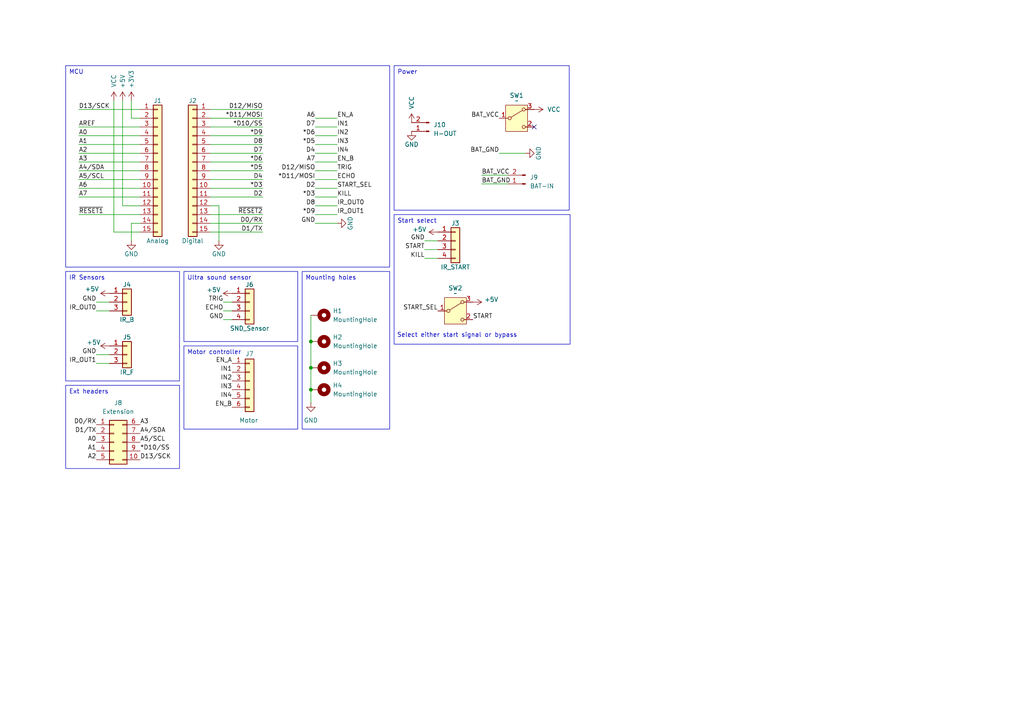
<source format=kicad_sch>
(kicad_sch (version 20231120) (generator "eeschema") (generator_version "8.0")
  (paper "A4")
  (title_block (title "Nano sumohat") (date "sam. 04 avril 2015") (rev "v1.2") (company "K. Strålman"))
  (lib_symbols
    (symbol "Connector:Conn_01x02_Pin" (pin_names (offset 1.016) hide)
      (property "Reference" "J" (at 0 2.54 0))
      (property "Value" "Conn_01x02_Pin" (at 0 -5.08 0))
      (symbol "Conn_01x02_Pin_1_1"
        (polyline (pts (xy 1.27 -2.54) (xy 0.8636 -2.54)) (stroke (width 0.1524)))
        (polyline (pts (xy 1.27 0) (xy 0.8636 0)) (stroke (width 0.1524)))
        (rectangle (start 0.8636 -2.413) (end 0 -2.667) (stroke (width 0.1524)) (fill (type outline)))
        (rectangle (start 0.8636 0.127) (end 0 -0.127) (stroke (width 0.1524)) (fill (type outline)))
        (pin passive line (at 5.08 0 180) (length 3.81) (name "Pin_1") (number "1"))
        (pin passive line (at 5.08 -2.54 180) (length 3.81) (name "Pin_2") (number "2"))
      )
    )
    (symbol "Connector_Generic:Conn_01x03" (pin_names (offset 1.016) hide)
      (property "Reference" "J" (at 0 5.08 0))
      (property "Value" "Conn_01x03" (at 0 -5.08 0))
      (symbol "Conn_01x03_1_1"
        (rectangle (start -1.27 -2.413) (end 0 -2.667) (stroke (width 0.1524)))
        (rectangle (start -1.27 0.127) (end 0 -0.127) (stroke (width 0.1524)))
        (rectangle (start -1.27 2.667) (end 0 2.413) (stroke (width 0.1524)))
        (rectangle (start -1.27 3.81) (end 1.27 -3.81) (stroke (width 0.254)) (fill (type background)))
        (pin passive line (at -5.08 2.54 0) (length 3.81) (name "Pin_1") (number "1"))
        (pin passive line (at -5.08 0 0) (length 3.81) (name "Pin_2") (number "2"))
        (pin passive line (at -5.08 -2.54 0) (length 3.81) (name "Pin_3") (number "3"))
      )
    )
    (symbol "Connector_Generic:Conn_01x04" (pin_names (offset 1.016) hide)
      (property "Reference" "J" (at 0 5.08 0))
      (property "Value" "Conn_01x04" (at 0 -7.62 0))
      (symbol "Conn_01x04_1_1"
        (rectangle (start -1.27 -4.953) (end 0 -5.207) (stroke (width 0.1524)))
        (rectangle (start -1.27 -2.413) (end 0 -2.667) (stroke (width 0.1524)))
        (rectangle (start -1.27 0.127) (end 0 -0.127) (stroke (width 0.1524)))
        (rectangle (start -1.27 2.667) (end 0 2.413) (stroke (width 0.1524)))
        (rectangle (start -1.27 3.81) (end 1.27 -6.35) (stroke (width 0.254)) (fill (type background)))
        (pin passive line (at -5.08 2.54 0) (length 3.81) (name "Pin_1") (number "1"))
        (pin passive line (at -5.08 0 0) (length 3.81) (name "Pin_2") (number "2"))
        (pin passive line (at -5.08 -2.54 0) (length 3.81) (name "Pin_3") (number "3"))
        (pin passive line (at -5.08 -5.08 0) (length 3.81) (name "Pin_4") (number "4"))
      )
    )
    (symbol "Connector_Generic:Conn_01x06" (pin_names (offset 1.016) hide)
      (property "Reference" "J" (at 0 7.62 0))
      (property "Value" "Conn_01x06" (at 0 -10.16 0))
      (symbol "Conn_01x06_1_1"
        (rectangle (start -1.27 -7.493) (end 0 -7.747) (stroke (width 0.1524)))
        (rectangle (start -1.27 -4.953) (end 0 -5.207) (stroke (width 0.1524)))
        (rectangle (start -1.27 -2.413) (end 0 -2.667) (stroke (width 0.1524)))
        (rectangle (start -1.27 0.127) (end 0 -0.127) (stroke (width 0.1524)))
        (rectangle (start -1.27 2.667) (end 0 2.413) (stroke (width 0.1524)))
        (rectangle (start -1.27 5.207) (end 0 4.953) (stroke (width 0.1524)))
        (rectangle (start -1.27 6.35) (end 1.27 -8.89) (stroke (width 0.254)) (fill (type background)))
        (pin passive line (at -5.08 5.08 0) (length 3.81) (name "Pin_1") (number "1"))
        (pin passive line (at -5.08 2.54 0) (length 3.81) (name "Pin_2") (number "2"))
        (pin passive line (at -5.08 0 0) (length 3.81) (name "Pin_3") (number "3"))
        (pin passive line (at -5.08 -2.54 0) (length 3.81) (name "Pin_4") (number "4"))
        (pin passive line (at -5.08 -5.08 0) (length 3.81) (name "Pin_5") (number "5"))
        (pin passive line (at -5.08 -7.62 0) (length 3.81) (name "Pin_6") (number "6"))
      )
    )
    (symbol "Connector_Generic:Conn_01x15" (pin_names (offset 1.016) hide)
      (property "Reference" "J" (at 0 20.32 0))
      (property "Value" "Conn_01x15" (at 0 -20.32 0))
      (symbol "Conn_01x15_1_1"
        (rectangle (start -1.27 -17.653) (end 0 -17.907) (stroke (width 0.1524)))
        (rectangle (start -1.27 -15.113) (end 0 -15.367) (stroke (width 0.1524)))
        (rectangle (start -1.27 -12.573) (end 0 -12.827) (stroke (width 0.1524)))
        (rectangle (start -1.27 -10.033) (end 0 -10.287) (stroke (width 0.1524)))
        (rectangle (start -1.27 -7.493) (end 0 -7.747) (stroke (width 0.1524)))
        (rectangle (start -1.27 -4.953) (end 0 -5.207) (stroke (width 0.1524)))
        (rectangle (start -1.27 -2.413) (end 0 -2.667) (stroke (width 0.1524)))
        (rectangle (start -1.27 0.127) (end 0 -0.127) (stroke (width 0.1524)))
        (rectangle (start -1.27 2.667) (end 0 2.413) (stroke (width 0.1524)))
        (rectangle (start -1.27 5.207) (end 0 4.953) (stroke (width 0.1524)))
        (rectangle (start -1.27 7.747) (end 0 7.493) (stroke (width 0.1524)))
        (rectangle (start -1.27 10.287) (end 0 10.033) (stroke (width 0.1524)))
        (rectangle (start -1.27 12.827) (end 0 12.573) (stroke (width 0.1524)))
        (rectangle (start -1.27 15.367) (end 0 15.113) (stroke (width 0.1524)))
        (rectangle (start -1.27 17.907) (end 0 17.653) (stroke (width 0.1524)))
        (rectangle (start -1.27 19.05) (end 1.27 -19.05) (stroke (width 0.254)) (fill (type background)))
        (pin passive line (at -5.08 17.78 0) (length 3.81) (name "Pin_1") (number "1"))
        (pin passive line (at -5.08 -5.08 0) (length 3.81) (name "Pin_10") (number "10"))
        (pin passive line (at -5.08 -7.62 0) (length 3.81) (name "Pin_11") (number "11"))
        (pin passive line (at -5.08 -10.16 0) (length 3.81) (name "Pin_12") (number "12"))
        (pin passive line (at -5.08 -12.7 0) (length 3.81) (name "Pin_13") (number "13"))
        (pin passive line (at -5.08 -15.24 0) (length 3.81) (name "Pin_14") (number "14"))
        (pin passive line (at -5.08 -17.78 0) (length 3.81) (name "Pin_15") (number "15"))
        (pin passive line (at -5.08 15.24 0) (length 3.81) (name "Pin_2") (number "2"))
        (pin passive line (at -5.08 12.7 0) (length 3.81) (name "Pin_3") (number "3"))
        (pin passive line (at -5.08 10.16 0) (length 3.81) (name "Pin_4") (number "4"))
        (pin passive line (at -5.08 7.62 0) (length 3.81) (name "Pin_5") (number "5"))
        (pin passive line (at -5.08 5.08 0) (length 3.81) (name "Pin_6") (number "6"))
        (pin passive line (at -5.08 2.54 0) (length 3.81) (name "Pin_7") (number "7"))
        (pin passive line (at -5.08 0 0) (length 3.81) (name "Pin_8") (number "8"))
        (pin passive line (at -5.08 -2.54 0) (length 3.81) (name "Pin_9") (number "9"))
      )
    )
    (symbol "Connector_Generic:Conn_02x05_Top_Bottom" (pin_names (offset 1.016) hide)
      (property "Reference" "J" (at 1.27 7.62 0))
      (property "Value" "Conn_02x05_Top_Bottom" (at 1.27 -7.62 0))
      (symbol "Conn_02x05_Top_Bottom_1_1"
        (rectangle (start -1.27 -4.953) (end 0 -5.207) (stroke (width 0.1524)))
        (rectangle (start -1.27 -2.413) (end 0 -2.667) (stroke (width 0.1524)))
        (rectangle (start -1.27 0.127) (end 0 -0.127) (stroke (width 0.1524)))
        (rectangle (start -1.27 2.667) (end 0 2.413) (stroke (width 0.1524)))
        (rectangle (start -1.27 5.207) (end 0 4.953) (stroke (width 0.1524)))
        (rectangle (start -1.27 6.35) (end 3.81 -6.35) (stroke (width 0.254)) (fill (type background)))
        (rectangle (start 3.81 -4.953) (end 2.54 -5.207) (stroke (width 0.1524)))
        (rectangle (start 3.81 -2.413) (end 2.54 -2.667) (stroke (width 0.1524)))
        (rectangle (start 3.81 0.127) (end 2.54 -0.127) (stroke (width 0.1524)))
        (rectangle (start 3.81 2.667) (end 2.54 2.413) (stroke (width 0.1524)))
        (rectangle (start 3.81 5.207) (end 2.54 4.953) (stroke (width 0.1524)))
        (pin passive line (at -5.08 5.08 0) (length 3.81) (name "Pin_1") (number "1"))
        (pin passive line (at 7.62 -5.08 180) (length 3.81) (name "Pin_10") (number "10"))
        (pin passive line (at -5.08 2.54 0) (length 3.81) (name "Pin_2") (number "2"))
        (pin passive line (at -5.08 0 0) (length 3.81) (name "Pin_3") (number "3"))
        (pin passive line (at -5.08 -2.54 0) (length 3.81) (name "Pin_4") (number "4"))
        (pin passive line (at -5.08 -5.08 0) (length 3.81) (name "Pin_5") (number "5"))
        (pin passive line (at 7.62 5.08 180) (length 3.81) (name "Pin_6") (number "6"))
        (pin passive line (at 7.62 2.54 180) (length 3.81) (name "Pin_7") (number "7"))
        (pin passive line (at 7.62 0 180) (length 3.81) (name "Pin_8") (number "8"))
        (pin passive line (at 7.62 -2.54 180) (length 3.81) (name "Pin_9") (number "9"))
      )
    )
    (symbol "GND_1" (power) (pin_numbers hide) (pin_names (offset 0) hide)
      (property "Value" "GND" (at 0 -3.81 0))
      (symbol "GND_1_0_1"
        (polyline (pts (xy 0 0) (xy 0 -1.27) (xy 1.27 -1.27) (xy 0 -2.54) (xy -1.27 -1.27) (xy 0 -1.27)))
      )
      (symbol "GND_1_1_1"
        (pin power_in line (at 0 0 270) (length 0) (name "~") (number "1"))
      )
    )
    (symbol "Mechanical:MountingHole_Pad" (pin_numbers hide) (pin_names (offset 1.016) hide) (exclude_from_sim yes) (in_bom no)
      (property "Reference" "H" (at 0 6.35 0))
      (property "Value" "MountingHole_Pad" (at 0 4.445 0))
      (symbol "MountingHole_Pad_0_1"
        (circle (center 0 1.27) (radius 1.27) (stroke (width 1.27)))
      )
      (symbol "MountingHole_Pad_1_1"
        (pin input line (at 0 -2.54 90) (length 2.54) (name "1") (number "1"))
      )
    )
    (symbol "Switch:SW_Wuerth_450301014042" (pin_names (offset 1) hide)
      (property "Reference" "SW" (at 0 5.08 0))
      (property "Value" "SW_Wuerth_450301014042" (at 0 -5.08 0))
      (symbol "SW_Wuerth_450301014042_0_1"
        (circle (center -2.032 0) (radius 0.4572))
        (polyline (pts (xy -1.651 0.254) (xy 1.651 2.286)))
        (circle (center 2.032 -2.54) (radius 0.4572))
        (circle (center 2.032 2.54) (radius 0.4572))
      )
      (symbol "SW_Wuerth_450301014042_1_1"
        (rectangle (start -3.175 3.81) (end 3.175 -3.81) (fill (type background)))
        (pin passive line (at -5.08 0 0) (length 2.54) (name "B") (number "1"))
        (pin passive line (at 5.08 -2.54 180) (length 2.54) (name "C") (number "2"))
        (pin passive line (at 5.08 2.54 180) (length 2.54) (name "A") (number "3"))
      )
    )
    (symbol "power:+3.3V" (power) (pin_names (offset 0))
      (property "Value" "+3.3V" (at 0 3.556 0))
      (symbol "+3.3V_0_1"
        (polyline (pts (xy -0.762 1.27) (xy 0 2.54)))
        (polyline (pts (xy 0 0) (xy 0 2.54)))
        (polyline (pts (xy 0 2.54) (xy 0.762 1.27)))
      )
      (symbol "+3.3V_1_1"
        (pin power_in line (at 0 0 90) (length 0) hide (name "+3V3") (number "1"))
      )
    )
    (symbol "power:+5V" (power) (pin_names (offset 0))
      (property "Value" "+5V" (at 0 3.556 0))
      (symbol "+5V_0_1"
        (polyline (pts (xy -0.762 1.27) (xy 0 2.54)))
        (polyline (pts (xy 0 0) (xy 0 2.54)))
        (polyline (pts (xy 0 2.54) (xy 0.762 1.27)))
      )
      (symbol "+5V_1_1"
        (pin power_in line (at 0 0 90) (length 0) hide (name "+5V") (number "1"))
      )
    )
    (symbol "power:GND" (power) (pin_names (offset 0))
      (property "Value" "GND" (at 0 -3.81 0))
      (symbol "GND_0_1"
        (polyline (pts (xy 0 0) (xy 0 -1.27) (xy 1.27 -1.27) (xy 0 -2.54) (xy -1.27 -1.27) (xy 0 -1.27)))
      )
      (symbol "GND_1_1"
        (pin power_in line (at 0 0 270) (length 0) hide (name "GND") (number "1"))
      )
    )
    (symbol "power:VCC" (power) (pin_names (offset 0))
      (property "Value" "VCC" (at 0 3.81 0))
      (symbol "VCC_0_1"
        (polyline (pts (xy -0.762 1.27) (xy 0 2.54)))
        (polyline (pts (xy 0 0) (xy 0 2.54)))
        (polyline (pts (xy 0 2.54) (xy 0.762 1.27)))
      )
      (symbol "VCC_1_1"
        (pin power_in line (at 0 0 90) (length 0) hide (name "VCC") (number "1"))
      )
    )
  )
  (junction (at 90.17 106.68))
  (junction (at 90.17 99.06))
  (junction (at 90.17 113.03))
  (no_connect (at 154.94 36.83))
  (wire (pts (xy 60.96 64.77) (xy 76.2 64.77)))
  (wire (pts (xy 40.64 34.29) (xy 38.1 34.29)))
  (wire (pts (xy 90.17 106.68) (xy 90.17 113.03)))
  (wire (pts (xy 22.86 44.45) (xy 40.64 44.45)))
  (wire (pts (xy 22.86 49.53) (xy 40.64 49.53)))
  (wire (pts (xy 35.56 29.21) (xy 35.56 59.69)))
  (wire (pts (xy 40.64 59.69) (xy 35.56 59.69)))
  (wire (pts (xy 91.44 62.23) (xy 97.79 62.23)))
  (wire (pts (xy 22.86 46.99) (xy 40.64 46.99)))
  (wire (pts (xy 60.96 36.83) (xy 76.2 36.83)))
  (wire (pts (xy 91.44 44.45) (xy 97.79 44.45)))
  (wire (pts (xy 60.96 41.91) (xy 76.2 41.91)))
  (wire (pts (xy 60.96 44.45) (xy 76.2 44.45)))
  (wire (pts (xy 139.7 50.8) (xy 147.32 50.8)))
  (wire (pts (xy 90.17 99.06) (xy 90.17 106.68)))
  (wire (pts (xy 60.96 57.15) (xy 76.2 57.15)))
  (wire (pts (xy 91.44 34.29) (xy 97.79 34.29)))
  (wire (pts (xy 67.31 92.71) (xy 64.77 92.71)))
  (wire (pts (xy 91.44 36.83) (xy 97.79 36.83)))
  (wire (pts (xy 91.44 57.15) (xy 97.79 57.15)))
  (wire (pts (xy 91.44 59.69) (xy 97.79 59.69)))
  (wire (pts (xy 91.44 46.99) (xy 97.79 46.99)))
  (wire (pts (xy 64.77 87.63) (xy 67.31 87.63)))
  (wire (pts (xy 91.44 41.91) (xy 97.79 41.91)))
  (wire (pts (xy 22.86 36.83) (xy 40.64 36.83)))
  (wire (pts (xy 60.96 49.53) (xy 76.2 49.53)))
  (wire (pts (xy 38.1 29.21) (xy 38.1 34.29)))
  (wire (pts (xy 60.96 59.69) (xy 63.5 59.69)))
  (wire (pts (xy 90.17 91.44) (xy 90.17 99.06)))
  (wire (pts (xy 60.96 31.75) (xy 76.2 31.75)))
  (wire (pts (xy 91.44 54.61) (xy 97.79 54.61)))
  (wire (pts (xy 33.02 29.21) (xy 33.02 67.31)))
  (wire (pts (xy 40.64 67.31) (xy 33.02 67.31)))
  (wire (pts (xy 127 69.85) (xy 123.19 69.85)))
  (wire (pts (xy 22.86 62.23) (xy 40.64 62.23)))
  (wire (pts (xy 60.96 46.99) (xy 76.2 46.99)))
  (wire (pts (xy 60.96 52.07) (xy 76.2 52.07)))
  (wire (pts (xy 144.78 44.45) (xy 152.4 44.45)))
  (wire (pts (xy 22.86 39.37) (xy 40.64 39.37)))
  (wire (pts (xy 22.86 31.75) (xy 40.64 31.75)))
  (wire (pts (xy 60.96 54.61) (xy 76.2 54.61)))
  (wire (pts (xy 91.44 39.37) (xy 97.79 39.37)))
  (wire (pts (xy 123.19 74.93) (xy 127 74.93)))
  (wire (pts (xy 139.7 53.34) (xy 147.32 53.34)))
  (wire (pts (xy 22.86 57.15) (xy 40.64 57.15)))
  (wire (pts (xy 22.86 52.07) (xy 40.64 52.07)))
  (wire (pts (xy 91.44 64.77) (xy 97.79 64.77)))
  (wire (pts (xy 60.96 39.37) (xy 76.2 39.37)))
  (wire (pts (xy 60.96 62.23) (xy 76.2 62.23)))
  (wire (pts (xy 63.5 59.69) (xy 63.5 69.85)))
  (wire (pts (xy 60.96 67.31) (xy 76.2 67.31)))
  (wire (pts (xy 64.77 90.17) (xy 67.31 90.17)))
  (wire (pts (xy 91.44 49.53) (xy 97.79 49.53)))
  (wire (pts (xy 27.94 105.41) (xy 31.75 105.41)))
  (wire (pts (xy 90.17 113.03) (xy 90.17 116.84)))
  (wire (pts (xy 91.44 52.07) (xy 97.79 52.07)))
  (wire (pts (xy 22.86 54.61) (xy 40.64 54.61)))
  (wire (pts (xy 27.94 90.17) (xy 31.75 90.17)))
  (wire (pts (xy 31.75 102.87) (xy 27.94 102.87)))
  (wire (pts (xy 123.19 72.39) (xy 127 72.39)))
  (wire (pts (xy 38.1 64.77) (xy 38.1 69.85)))
  (wire (pts (xy 40.64 64.77) (xy 38.1 64.77)))
  (wire (pts (xy 31.75 87.63) (xy 27.94 87.63)))
  (wire (pts (xy 22.86 41.91) (xy 40.64 41.91)))
  (wire (pts (xy 60.96 34.29) (xy 76.2 34.29)))
  (text_box "Ext headers" (at 19.05 111.76 0) (size 33.02 24.13) (effects (font (size 1.27 1.27)) (justify left top)))
  (text_box "Power" (at 114.3 19.05 0) (size 50.8 41.91) (effects (font (size 1.27 1.27)) (justify left top)))
  (text_box "Ultra sound sensor" (at 53.34 78.74 0) (size 33.02 20.32) (effects (font (size 1.27 1.27)) (justify left top)))
  (text_box "MCU" (at 19.05 19.05 0) (size 93.98 58.42) (effects (font (size 1.27 1.27)) (justify left top)))
  (text_box "Mounting holes" (at 87.63 78.74 0) (size 25.4 45.72) (effects (font (size 1.27 1.27)) (justify left top)))
  (text_box "Motor controller" (at 53.34 100.33 0) (size 33.02 24.13) (effects (font (size 1.27 1.27)) (justify left top)))
  (text_box "IR Sensors" (at 19.05 78.74 0) (size 33.02 31.75) (effects (font (size 1.27 1.27)) (justify left top)))
  (text_box "Start select" (at 114.3 62.23 0) (size 51.054 37.592) (effects (font (size 1.27 1.27)) (justify left top)))
  (text "Select either start signal or bypass" (at 132.588 97.282 0) (effects (font (size 1.27 1.27))))
  (label "D13{slash}SCK" (at 40.64 133.35 0))
  (label "EN_B" (at 67.31 118.11 180))
  (label "D4" (at 76.2 52.07 180))
  (label "D7" (at 91.44 36.83 180))
  (label "A4{slash}SDA" (at 40.64 125.73 0))
  (label "BAT_GND" (at 139.7 53.34 0))
  (label "IN3" (at 97.79 41.91 0))
  (label "START_SEL" (at 127 90.17 180))
  (label "*D5" (at 76.2 49.53 180))
  (label "ECHO" (at 97.79 52.07 0))
  (label "A2" (at 22.86 44.45 0))
  (label "A6" (at 91.44 34.29 180))
  (label "GND" (at 91.44 64.77 180))
  (label "*D11{slash}MOSI" (at 91.44 52.07 180))
  (label "IN1" (at 67.31 107.95 180))
  (label "GND" (at 123.19 69.85 180))
  (label "D7" (at 76.2 44.45 180))
  (label "GND" (at 64.77 92.71 180))
  (label "A2" (at 27.94 133.35 180))
  (label "START" (at 123.19 72.39 180))
  (label "D8" (at 91.44 59.69 180))
  (label "START" (at 137.16 92.71 0))
  (label "A3" (at 40.64 123.19 0))
  (label "D13{slash}SCK" (at 22.86 31.75 0))
  (label "A7" (at 22.86 57.15 0))
  (label "*D6" (at 76.2 46.99 180))
  (label "IR_OUT1" (at 97.79 62.23 0))
  (label "A0" (at 27.94 128.27 180))
  (label "BAT_VCC" (at 139.7 50.8 0))
  (label "IR_OUT0" (at 97.79 59.69 0))
  (label "*D11{slash}MOSI" (at 76.2 34.29 180))
  (label "A1" (at 22.86 41.91 0))
  (label "GND" (at 27.94 102.87 180))
  (label "IN3" (at 67.31 113.03 180))
  (label "START_SEL" (at 97.79 54.61 0))
  (label "EN_A" (at 67.31 105.41 180))
  (label "TRIG" (at 97.79 49.53 0))
  (label "*D6" (at 91.44 39.37 180))
  (label "A5{slash}SCL" (at 40.64 128.27 0))
  (label "EN_B" (at 97.79 46.99 0))
  (label "A4{slash}SDA" (at 22.86 49.53 0))
  (label "A5{slash}SCL" (at 22.86 52.07 0))
  (label "A7" (at 91.44 46.99 180))
  (label "IN2" (at 67.31 110.49 180))
  (label "A3" (at 22.86 46.99 0))
  (label "~{RESET2}" (at 76.2 62.23 180))
  (label "~{RESET1}" (at 22.86 62.23 0))
  (label "*D10{slash}SS" (at 40.64 130.81 0))
  (label "IN4" (at 67.31 115.57 180))
  (label "A6" (at 22.86 54.61 0))
  (label "A0" (at 22.86 39.37 0))
  (label "*D9" (at 76.2 39.37 180))
  (label "A1" (at 27.94 130.81 180))
  (label "*D5" (at 91.44 41.91 180))
  (label "IN1" (at 97.79 36.83 0))
  (label "IN4" (at 97.79 44.45 0))
  (label "KILL" (at 123.19 74.93 180))
  (label "BAT_VCC" (at 144.78 34.29 180))
  (label "*D3" (at 76.2 54.61 180))
  (label "BAT_GND" (at 144.78 44.45 180))
  (label "D0{slash}RX" (at 27.94 123.19 180))
  (label "D2" (at 76.2 57.15 180))
  (label "D2" (at 91.44 54.61 180))
  (label "D8" (at 76.2 41.91 180))
  (label "D1{slash}TX" (at 76.2 67.31 180))
  (label "D0{slash}RX" (at 76.2 64.77 180))
  (label "D12{slash}MISO" (at 91.44 49.53 180))
  (label "D4" (at 91.44 44.45 180))
  (label "KILL" (at 97.79 57.15 0))
  (label "ECHO" (at 64.77 90.17 180))
  (label "AREF" (at 22.86 36.83 0))
  (label "*D3" (at 91.44 57.15 180))
  (label "*D9" (at 91.44 62.23 180))
  (label "EN_A" (at 97.79 34.29 0))
  (label "*D10{slash}SS" (at 76.2 36.83 180))
  (label "IR_OUT1" (at 27.94 105.41 180))
  (label "IN2" (at 97.79 39.37 0))
  (label "D1{slash}TX" (at 27.94 125.73 180))
  (label "GND" (at 27.94 87.63 180))
  (label "D12{slash}MISO" (at 76.2 31.75 180))
  (label "TRIG" (at 64.77 87.63 180))
  (label "IR_OUT0" (at 27.94 90.17 180))
  (symbol (lib_id "Connector_Generic:Conn_01x15") (at 45.72 49.53 0) (unit 1)
    (property "Reference" "J1" (at 45.72 29.21 0))
    (property "Value" "Analog" (at 45.72 69.85 0))
    (property "Footprint" "Connector_PinSocket_2.54mm:PinSocket_1x15_P2.54mm_Vertical" (effects (hide yes)))
  )
  (symbol (lib_id "Connector_Generic:Conn_01x15") (at 55.88 49.53 0) (mirror y) (unit 1)
    (property "Reference" "J2" (at 55.88 29.21 0))
    (property "Value" "Digital" (at 55.88 69.85 0))
    (property "Footprint" "Connector_PinSocket_2.54mm:PinSocket_1x15_P2.54mm_Vertical" (effects (hide yes)))
  )
  (symbol (lib_id "Connector_Generic:Conn_01x03") (at 36.83 87.63 0) (unit 1)
    (property "Reference" "J4" (at 36.83 82.55 0))
    (property "Value" "IR_B" (at 36.83 92.71 0))
    (property "Footprint" "Connector_PinHeader_2.54mm:PinHeader_1x03_P2.54mm_Vertical" (effects (hide yes)))
    (property "Description" "MH-8 IR Sensor Back" (effects (hide yes)))
  )
  (symbol (lib_id "power:VCC") (at 154.94 31.75 270) (unit 1)
    (property "Reference" "#PWR011" (effects (hide yes)))
    (property "Value" "VCC" (at 158.75 31.75 90) (effects (justify left)))
  )
  (symbol (lib_id "power:VCC") (at 119.38 35.56 0) (unit 1)
    (property "Reference" "#PWR01" (effects (hide yes)))
    (property "Value" "VCC" (at 119.38 31.75 90) (effects (justify left)))
  )
  (symbol (lib_id "Connector_Generic:Conn_01x04") (at 72.39 87.63 0) (unit 1)
    (property "Reference" "J6" (at 72.39 82.55 0))
    (property "Value" "SND_Sensor" (at 72.39 95.25 0))
    (property "Footprint" "Connector_PinSocket_2.54mm:PinSocket_1x04_P2.54mm_Vertical" (effects (hide yes)))
    (property "Description" "HC-SR04 Ultrasound" (effects (hide yes)))
  )
  (symbol (lib_id "power:GND") (at 152.4 44.45 90) (unit 1)
    (property "Reference" "#PWR08" (effects (hide yes)))
    (property "Value" "GND" (at 156.21 44.45 0))
  )
  (symbol (lib_id "Switch:SW_Wuerth_450301014042") (at 132.08 90.17 0) (unit 1)
    (property "Reference" "SW2" (at 132.08 83.566 0))
    (property "Value" "~" (at 132.08 85.09 0))
    (property "Footprint" "Button_Switch_THT:SW_Slide-03_Wuerth-WS-SLTV_10x2.5x6.4_P2.54mm" (effects (hide yes)))
    (property "Datasheet" "https://www.we-online.com/components/products/datasheet/450301014042.pdf" (effects (hide yes)))
    (property "Description" "Switch slide, single pole double throw" (effects (hide yes)))
  )
  (symbol (lib_id "power:+5V") (at 31.75 100.33 90) (unit 1)
    (property "Reference" "#PWR06" (effects (hide yes)))
    (property "Value" "+5V" (at 29.21 99.314 90) (effects (justify left)))
  )
  (symbol (lib_id "Mechanical:MountingHole_Pad") (at 92.71 113.03 270) (unit 1) (exclude_from_sim yes) (in_bom no)
    (property "Reference" "H4" (at 96.52 111.7599 90) (effects (justify left)))
    (property "Value" "MountingHole" (at 96.52 114.2999 90) (effects (justify left)))
    (property "Footprint" "MountingHole:MountingHole_2.7mm_M2.5_DIN965_Pad_TopBottom" (effects (hide yes)))
    (property "Description" "Mounting Hole with connection" (effects (hide yes)))
  )
  (symbol (lib_id "Mechanical:MountingHole_Pad") (at 92.71 99.06 270) (unit 1) (exclude_from_sim yes) (in_bom no)
    (property "Reference" "H2" (at 96.52 97.7899 90) (effects (justify left)))
    (property "Value" "MountingHole" (at 96.52 100.3299 90) (effects (justify left)))
    (property "Footprint" "MountingHole:MountingHole_2.7mm_M2.5_DIN965_Pad_TopBottom" (effects (hide yes)))
    (property "Description" "Mounting Hole with connection" (effects (hide yes)))
  )
  (symbol (lib_id "Connector_Generic:Conn_02x05_Top_Bottom") (at 33.02 128.27 0) (unit 1)
    (property "Reference" "J8" (at 34.29 116.84 0))
    (property "Value" "Extension" (at 34.29 119.38 0))
    (property "Footprint" "Connector_PinHeader_2.54mm:PinHeader_2x05_P2.54mm_Vertical" (effects (hide yes)))
    (property "Description" "Generic connector, double row, 02x05, top/bottom pin numbering scheme (row 1: 1...pins_per_row, row2: pins_per_row+1 ... num_pins), script generated (kicad-library-utils/schlib/autogen/connector/)" (effects (hide yes)))
  )
  (symbol (lib_id "Connector_Generic:Conn_01x06") (at 72.39 110.49 0) (unit 1)
    (property "Reference" "J7" (at 72.39 102.616 0))
    (property "Value" "Motor" (at 72.136 121.92 0))
    (property "Footprint" "Connector_PinHeader_2.54mm:PinHeader_1x06_P2.54mm_Vertical" (effects (hide yes)))
    (property "Description" "Generic connector, single row, 01x06, script generated (kicad-library-utils/schlib/autogen/connector/)" (effects (hide yes)))
  )
  (symbol (lib_id "Connector_Generic:Conn_01x03") (at 36.83 102.87 0) (unit 1)
    (property "Reference" "J5" (at 36.83 97.79 0))
    (property "Value" "IR_F" (at 36.83 107.95 0))
    (property "Footprint" "Connector_PinHeader_2.54mm:PinHeader_1x03_P2.54mm_Vertical" (effects (hide yes)))
    (property "Description" "MH-8 IR Sensor Front" (effects (hide yes)))
  )
  (symbol (lib_id "Switch:SW_Wuerth_450301014042") (at 149.86 34.29 0) (unit 1)
    (property "Reference" "SW1" (at 149.86 27.686 0))
    (property "Value" "~" (at 149.86 29.21 0))
    (property "Footprint" "Button_Switch_THT:SW_Slide-03_Wuerth-WS-SLTV_10x2.5x6.4_P2.54mm" (effects (hide yes)))
    (property "Datasheet" "https://www.we-online.com/components/products/datasheet/450301014042.pdf" (effects (hide yes)))
    (property "Description" "Switch slide, single pole double throw" (effects (hide yes)))
  )
  (symbol (lib_id "power:+5V") (at 35.56 29.21 0) (unit 1)
    (property "Reference" "#PWR0103" (effects (hide yes)))
    (property "Value" "+5V" (at 35.56 25.654 90) (effects (justify left)))
  )
  (symbol (lib_id "power:+3.3V") (at 38.1 29.21 0) (unit 1)
    (property "Reference" "#PWR0102" (effects (hide yes)))
    (property "Value" "+3V3" (at 38.1 25.654 90) (effects (justify left)))
  )
  (symbol (lib_id "power:+5V") (at 67.31 85.09 90) (unit 1)
    (property "Reference" "#PWR07" (effects (hide yes)))
    (property "Value" "+5V" (at 64.008 84.074 90) (effects (justify left)))
  )
  (symbol (lib_id "power:VCC") (at 33.02 29.21 0) (unit 1)
    (property "Reference" "#PWR0101" (effects (hide yes)))
    (property "Value" "VCC" (at 33.02 25.4 90) (effects (justify left)))
  )
  (symbol (lib_id "Connector:Conn_01x02_Pin") (at 124.46 38.1 180) (unit 1)
    (property "Reference" "J10" (at 125.73 36.195 0) (effects (justify right)))
    (property "Value" "H-OUT" (at 125.73 38.735 0) (effects (justify right)))
    (property "Footprint" "Connector_JST:JST_EH_B2B-EH-A_1x02_P2.50mm_Vertical" (effects (hide yes)))
  )
  (symbol (lib_id "power:+5V") (at 137.16 87.63 270) (mirror x) (unit 1)
    (property "Reference" "#PWR05" (effects (hide yes)))
    (property "Value" "+5V" (at 140.462 86.868 90) (effects (justify left)))
  )
  (symbol (lib_id "power:GND") (at 63.5 69.85 0) (unit 1)
    (property "Reference" "#PWR0105" (effects (hide yes)))
    (property "Value" "GND" (at 63.5 73.66 0))
  )
  (symbol (lib_name "GND_1") (lib_id "power:GND") (at 90.17 116.84 0) (unit 1)
    (property "Reference" "#PWR04" (effects (hide yes)))
    (property "Value" "GND" (at 90.17 121.92 0))
    (property "Description" "Power symbol creates a global label with name \"GND\" , ground" (effects (hide yes)))
  )
  (symbol (lib_id "power:GND") (at 119.38 38.1 0) (unit 1)
    (property "Reference" "#PWR02" (effects (hide yes)))
    (property "Value" "GND" (at 119.38 41.91 0))
  )
  (symbol (lib_id "power:+5V") (at 31.75 85.09 90) (unit 1)
    (property "Reference" "#PWR03" (effects (hide yes)))
    (property "Value" "+5V" (at 28.702 83.82 90) (effects (justify left)))
  )
  (symbol (lib_id "Connector_Generic:Conn_01x04") (at 132.08 69.85 0) (unit 1)
    (property "Reference" "J3" (at 132.08 64.77 0))
    (property "Value" "IR_START" (at 132.08 77.47 0))
    (property "Footprint" "Connector_PinHeader_2.54mm:PinHeader_1x04_P2.54mm_Vertical" (effects (hide yes)))
    (property "Description" "IR Sensor Start" (effects (hide yes)))
  )
  (symbol (lib_id "power:GND") (at 38.1 69.85 0) (unit 1)
    (property "Reference" "#PWR0104" (effects (hide yes)))
    (property "Value" "GND" (at 38.1 73.66 0))
  )
  (symbol (lib_id "Mechanical:MountingHole_Pad") (at 92.71 91.44 270) (unit 1) (exclude_from_sim yes) (in_bom no)
    (property "Reference" "H1" (at 96.52 90.1699 90) (effects (justify left)))
    (property "Value" "MountingHole" (at 96.52 92.7099 90) (effects (justify left)))
    (property "Footprint" "MountingHole:MountingHole_2.7mm_M2.5_DIN965_Pad_TopBottom" (effects (hide yes)))
    (property "Description" "Mounting Hole with connection" (effects (hide yes)))
  )
  (symbol (lib_id "Mechanical:MountingHole_Pad") (at 92.71 106.68 270) (unit 1) (exclude_from_sim yes) (in_bom no)
    (property "Reference" "H3" (at 96.52 105.4099 90) (effects (justify left)))
    (property "Value" "MountingHole" (at 96.52 107.9499 90) (effects (justify left)))
    (property "Footprint" "MountingHole:MountingHole_2.7mm_M2.5_DIN965_Pad_TopBottom" (effects (hide yes)))
    (property "Description" "Mounting Hole with connection" (effects (hide yes)))
  )
  (symbol (lib_id "Connector:Conn_01x02_Pin") (at 152.4 53.34 180) (unit 1)
    (property "Reference" "J9" (at 153.67 51.435 0) (effects (justify right)))
    (property "Value" "BAT-IN" (at 153.67 53.975 0) (effects (justify right)))
    (property "Footprint" "Connector_JST:JST_EH_B2B-EH-A_1x02_P2.50mm_Vertical" (effects (hide yes)))
  )
  (symbol (lib_id "power:GND") (at 97.79 64.77 90) (unit 1)
    (property "Reference" "#PWR013" (effects (hide yes)))
    (property "Value" "GND" (at 101.6 64.77 0))
  )
  (symbol (lib_id "power:+5V") (at 127 67.31 90) (unit 1)
    (property "Reference" "#PWR010" (effects (hide yes)))
    (property "Value" "+5V" (at 123.698 66.548 90) (effects (justify left)))
  )
)
</source>
